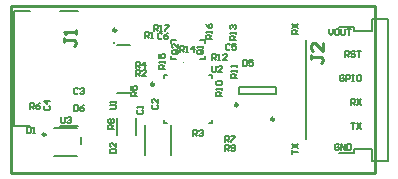
<source format=gto>
G04*
G04 #@! TF.GenerationSoftware,Altium Limited,Altium Designer,22.9.1 (49)*
G04*
G04 Layer_Color=65535*
%FSLAX25Y25*%
%MOIN*%
G70*
G04*
G04 #@! TF.SameCoordinates,E7B6729E-600D-4C31-B664-834E27CDD885*
G04*
G04*
G04 #@! TF.FilePolarity,Positive*
G04*
G01*
G75*
%ADD10C,0.00984*%
%ADD11C,0.00394*%
%ADD12C,0.01000*%
%ADD13C,0.00787*%
%ADD14C,0.00500*%
D10*
X409375Y228903D02*
G03*
X409375Y228903I-492J0D01*
G01*
X397305Y233679D02*
G03*
X397305Y233679I-492J0D01*
G01*
X356755Y258554D02*
G03*
X356755Y258554I-492J0D01*
G01*
X369381Y240541D02*
G03*
X369381Y240541I-492J0D01*
G01*
X333231Y223759D02*
G03*
X333231Y223759I-492J0D01*
G01*
D11*
X382350Y256444D02*
G03*
X382350Y256444I-197J0D01*
G01*
X379344Y247956D02*
G03*
X379344Y247956I-197J0D01*
G01*
D12*
X356122Y254312D02*
G03*
X356122Y254312I-197J0D01*
G01*
X421828Y250267D02*
Y248934D01*
Y249600D01*
X425160D01*
X425827Y248934D01*
Y248267D01*
X425160Y247601D01*
X425827Y254265D02*
Y251600D01*
X423161Y254265D01*
X422495D01*
X421828Y253599D01*
Y252266D01*
X422495Y251600D01*
X339399Y255890D02*
Y254557D01*
Y255223D01*
X342731D01*
X343398Y254557D01*
Y253890D01*
X342731Y253224D01*
X343398Y257222D02*
Y258555D01*
Y257889D01*
X339399D01*
X340066Y257222D01*
X321700Y210908D02*
Y266782D01*
X442992D01*
Y210908D02*
Y266782D01*
X321700Y210908D02*
X442992D01*
D13*
X363448Y223638D02*
Y229346D01*
X356952Y223638D02*
Y229346D01*
X420105Y222210D02*
Y255280D01*
X436050Y219011D02*
X442112D01*
X436050Y217682D02*
Y219010D01*
X431129Y217682D02*
X436050D01*
X442112Y215123D02*
Y219011D01*
Y215123D02*
X447270D01*
X442112Y262367D02*
X447270D01*
X442112Y258479D02*
Y262367D01*
X431129Y259808D02*
X436050D01*
X436050Y258479D02*
Y259808D01*
X436050Y258479D02*
X442112D01*
X447270Y215123D02*
Y262367D01*
X375075Y217074D02*
Y226941D01*
X366216Y217074D02*
Y226941D01*
X397798Y237419D02*
Y239781D01*
X410002Y237419D02*
Y239781D01*
X397798Y237419D02*
X410002D01*
X397798Y239781D02*
X410002D01*
X338133Y264854D02*
X343960D01*
X322582D02*
X328094D01*
X322582Y226547D02*
Y264854D01*
X338133Y226547D02*
X343960D01*
X322582D02*
X328094D01*
X384650Y255350D02*
X386275D01*
X384650Y249050D02*
X386275D01*
X386275Y254476D02*
Y255350D01*
Y249050D02*
Y249924D01*
X372629Y242608D02*
Y243690D01*
Y227549D02*
Y228631D01*
X387688Y227549D02*
X388771D01*
X372629D02*
X373712D01*
X388771Y242608D02*
Y243690D01*
Y227549D02*
Y228631D01*
X387688Y243690D02*
X388771D01*
X372629D02*
X373712D01*
X375025Y254476D02*
Y255350D01*
Y249050D02*
Y249924D01*
X375025Y255350D02*
X376650D01*
X375025Y249050D02*
X376650D01*
X335912Y216574D02*
X343787D01*
X335912Y225826D02*
X343787D01*
D14*
X356909Y253578D02*
X361240D01*
X356893Y237721D02*
X361224D01*
X345177Y220595D02*
Y222957D01*
X427861Y258973D02*
Y257641D01*
X428528Y256974D01*
X429194Y257641D01*
Y258973D01*
X430861D02*
X430194D01*
X429861Y258640D01*
Y257307D01*
X430194Y256974D01*
X430861D01*
X431194Y257307D01*
Y258640D01*
X430861Y258973D01*
X431860D02*
Y257307D01*
X432193Y256974D01*
X432860D01*
X433193Y257307D01*
Y258973D01*
X433860D02*
X435192D01*
X434526D01*
Y256974D01*
X431103Y220359D02*
X430770Y220692D01*
X430103D01*
X429770Y220359D01*
Y219026D01*
X430103Y218692D01*
X430770D01*
X431103Y219026D01*
Y219692D01*
X430436D01*
X431769Y218692D02*
Y220692D01*
X433102Y218692D01*
Y220692D01*
X433769D02*
Y218692D01*
X434768D01*
X435102Y219026D01*
Y220359D01*
X434768Y220692D01*
X433769D01*
X435150Y227714D02*
X436483D01*
X435817D01*
Y225714D01*
X437150Y227714D02*
X438483Y225714D01*
Y227714D02*
X437150Y225714D01*
X435151Y233730D02*
Y235729D01*
X436151D01*
X436484Y235396D01*
Y234730D01*
X436151Y234397D01*
X435151D01*
X435818D02*
X436484Y233730D01*
X437151Y235729D02*
X438484Y233730D01*
Y235729D02*
X437151Y233730D01*
X432858Y243411D02*
X432525Y243744D01*
X431859D01*
X431526Y243411D01*
Y242078D01*
X431859Y241745D01*
X432525D01*
X432858Y242078D01*
Y242745D01*
X432192D01*
X433525Y241745D02*
Y243744D01*
X434524D01*
X434858Y243411D01*
Y242745D01*
X434524Y242411D01*
X433525D01*
X435524Y243744D02*
X436191D01*
X435857D01*
Y241745D01*
X435524D01*
X436191D01*
X438190Y243744D02*
X437524D01*
X437190Y243411D01*
Y242078D01*
X437524Y241745D01*
X438190D01*
X438523Y242078D01*
Y243411D01*
X438190Y243744D01*
X433102Y249743D02*
Y251742D01*
X434101D01*
X434434Y251409D01*
Y250742D01*
X434101Y250409D01*
X433102D01*
X433768D02*
X434434Y249743D01*
X436434Y251409D02*
X436100Y251742D01*
X435434D01*
X435101Y251409D01*
Y251075D01*
X435434Y250742D01*
X436100D01*
X436434Y250409D01*
Y250076D01*
X436100Y249743D01*
X435434D01*
X435101Y250076D01*
X437100Y251742D02*
X438433D01*
X437767D01*
Y249743D01*
X417386Y257237D02*
X415387D01*
Y258237D01*
X415720Y258570D01*
X416386D01*
X416719Y258237D01*
Y257237D01*
Y257904D02*
X417386Y258570D01*
X415387Y259236D02*
X417386Y260569D01*
X415387D02*
X417386Y259236D01*
X415298Y217327D02*
Y218660D01*
Y217993D01*
X417298D01*
X415298Y219326D02*
X417298Y220659D01*
X415298D02*
X417298Y219326D01*
X354860Y217591D02*
X356859D01*
Y218591D01*
X356526Y218924D01*
X355193D01*
X354860Y218591D01*
Y217591D01*
X356859Y220924D02*
Y219591D01*
X355526Y220924D01*
X355193D01*
X354860Y220590D01*
Y219924D01*
X355193Y219591D01*
X327159Y226170D02*
Y224171D01*
X328158D01*
X328491Y224504D01*
Y225837D01*
X328158Y226170D01*
X327159D01*
X329158Y224171D02*
X329824D01*
X329491D01*
Y226170D01*
X329158Y225837D01*
X354568Y232216D02*
X356234D01*
X356567Y232549D01*
Y233215D01*
X356234Y233548D01*
X354568D01*
X356567Y234215D02*
Y234881D01*
Y234548D01*
X354568D01*
X354901Y234215D01*
X338234Y229500D02*
Y227834D01*
X338567Y227500D01*
X339234D01*
X339567Y227834D01*
Y229500D01*
X340233Y229167D02*
X340566Y229500D01*
X341233D01*
X341566Y229167D01*
Y228833D01*
X341233Y228500D01*
X340900D01*
X341233D01*
X341566Y228167D01*
Y227834D01*
X341233Y227500D01*
X340566D01*
X340233Y227834D01*
X369512Y258369D02*
Y260369D01*
X370512D01*
X370845Y260035D01*
Y259369D01*
X370512Y259036D01*
X369512D01*
X370178D02*
X370845Y258369D01*
X371511D02*
X372178D01*
X371844D01*
Y260369D01*
X371511Y260035D01*
X373177Y260369D02*
X374510D01*
Y260035D01*
X373177Y258703D01*
Y258369D01*
X388765Y255712D02*
X386765D01*
Y256712D01*
X387099Y257045D01*
X387765D01*
X388098Y256712D01*
Y255712D01*
Y256378D02*
X388765Y257045D01*
Y257711D02*
Y258378D01*
Y258044D01*
X386765D01*
X387099Y257711D01*
X386765Y260710D02*
X387099Y260044D01*
X387765Y259377D01*
X388431D01*
X388765Y259711D01*
Y260377D01*
X388431Y260710D01*
X388098D01*
X387765Y260377D01*
Y259377D01*
X372902Y245538D02*
X370902D01*
Y246537D01*
X371235Y246871D01*
X371902D01*
X372235Y246537D01*
Y245538D01*
Y246204D02*
X372902Y246871D01*
Y247537D02*
Y248204D01*
Y247870D01*
X370902D01*
X371235Y247537D01*
X370902Y250536D02*
Y249203D01*
X371902D01*
X371569Y249870D01*
Y250203D01*
X371902Y250536D01*
X372568D01*
X372902Y250203D01*
Y249536D01*
X372568Y249203D01*
X378094Y251289D02*
Y253289D01*
X379094D01*
X379427Y252956D01*
Y252289D01*
X379094Y251956D01*
X378094D01*
X378760D02*
X379427Y251289D01*
X380093D02*
X380760D01*
X380426D01*
Y253289D01*
X380093Y252956D01*
X382759Y251289D02*
Y253289D01*
X381759Y252289D01*
X383092D01*
X396865Y255317D02*
X394865D01*
Y256316D01*
X395198Y256650D01*
X395865D01*
X396198Y256316D01*
Y255317D01*
Y255983D02*
X396865Y256650D01*
Y257316D02*
Y257983D01*
Y257649D01*
X394865D01*
X395198Y257316D01*
Y258982D02*
X394865Y259315D01*
Y259982D01*
X395198Y260315D01*
X395532D01*
X395865Y259982D01*
Y259649D01*
Y259982D01*
X396198Y260315D01*
X396531D01*
X396865Y259982D01*
Y259315D01*
X396531Y258982D01*
X388735Y248719D02*
Y250719D01*
X389735D01*
X390068Y250385D01*
Y249719D01*
X389735Y249386D01*
X388735D01*
X389401D02*
X390068Y248719D01*
X390734D02*
X391401D01*
X391067D01*
Y250719D01*
X390734Y250385D01*
X393733Y248719D02*
X392400D01*
X393733Y250052D01*
Y250385D01*
X393400Y250719D01*
X392734D01*
X392400Y250385D01*
X397130Y242656D02*
X395130D01*
Y243656D01*
X395463Y243989D01*
X396130D01*
X396463Y243656D01*
Y242656D01*
Y243322D02*
X397130Y243989D01*
Y244655D02*
Y245322D01*
Y244989D01*
X395130D01*
X395463Y244655D01*
X397130Y246322D02*
Y246988D01*
Y246655D01*
X395130D01*
X395463Y246322D01*
X392200Y236701D02*
X390200D01*
Y237701D01*
X390533Y238034D01*
X391200D01*
X391533Y237701D01*
Y236701D01*
Y237367D02*
X392200Y238034D01*
Y238700D02*
Y239367D01*
Y239033D01*
X390200D01*
X390533Y238700D01*
Y240366D02*
X390200Y240700D01*
Y241366D01*
X390533Y241699D01*
X391866D01*
X392200Y241366D01*
Y240700D01*
X391866Y240366D01*
X390533D01*
X392997Y218270D02*
Y220270D01*
X393997D01*
X394330Y219936D01*
Y219270D01*
X393997Y218937D01*
X392997D01*
X393663D02*
X394330Y218270D01*
X394996Y218604D02*
X395329Y218270D01*
X395996D01*
X396329Y218604D01*
Y219936D01*
X395996Y220270D01*
X395329D01*
X394996Y219936D01*
Y219603D01*
X395329Y219270D01*
X396329D01*
X355935Y225677D02*
X353935D01*
Y226677D01*
X354269Y227010D01*
X354935D01*
X355268Y226677D01*
Y225677D01*
Y226343D02*
X355935Y227010D01*
X354269Y227676D02*
X353935Y228009D01*
Y228676D01*
X354269Y229009D01*
X354602D01*
X354935Y228676D01*
X355268Y229009D01*
X355601D01*
X355935Y228676D01*
Y228009D01*
X355601Y227676D01*
X355268D01*
X354935Y228009D01*
X354602Y227676D01*
X354269D01*
X354935Y228009D02*
Y228676D01*
X392997Y221170D02*
Y223170D01*
X393997D01*
X394330Y222836D01*
Y222170D01*
X393997Y221837D01*
X392997D01*
X393663D02*
X394330Y221170D01*
X394996Y223170D02*
X396329D01*
Y222836D01*
X394996Y221504D01*
Y221170D01*
X382434Y223181D02*
Y225180D01*
X383434D01*
X383767Y224847D01*
Y224180D01*
X383434Y223847D01*
X382434D01*
X383100D02*
X383767Y223181D01*
X384433Y224847D02*
X384767Y225180D01*
X385433D01*
X385766Y224847D01*
Y224514D01*
X385433Y224180D01*
X385100D01*
X385433D01*
X385766Y223847D01*
Y223514D01*
X385433Y223181D01*
X384767D01*
X384433Y223514D01*
X377142Y251882D02*
X375810D01*
X375476Y251549D01*
Y250882D01*
X375810Y250549D01*
X377142D01*
X377476Y250882D01*
Y251549D01*
X376809Y251215D02*
X377476Y251882D01*
Y251549D02*
X377142Y251882D01*
X377476Y253881D02*
Y252548D01*
X376143Y253881D01*
X375810D01*
X375476Y253548D01*
Y252882D01*
X375810Y252548D01*
X385330Y252132D02*
X383998D01*
X383664Y251799D01*
Y251132D01*
X383998Y250799D01*
X385330D01*
X385664Y251132D01*
Y251799D01*
X384997Y251466D02*
X385664Y252132D01*
Y251799D02*
X385330Y252132D01*
X385664Y252799D02*
Y253465D01*
Y253132D01*
X383664D01*
X383998Y252799D01*
X342821Y233528D02*
Y231529D01*
X343820D01*
X344153Y231862D01*
Y233195D01*
X343820Y233528D01*
X342821D01*
X346153D02*
X345486Y233195D01*
X344820Y232529D01*
Y231862D01*
X345153Y231529D01*
X345820D01*
X346153Y231862D01*
Y232195D01*
X345820Y232529D01*
X344820D01*
X399034Y248800D02*
Y246800D01*
X400034D01*
X400367Y247134D01*
Y248466D01*
X400034Y248800D01*
X399034D01*
X402366D02*
X401033D01*
Y247800D01*
X401700Y248133D01*
X402033D01*
X402366Y247800D01*
Y247134D01*
X402033Y246800D01*
X401367D01*
X401033Y247134D01*
X371928Y257250D02*
X371595Y257584D01*
X370928D01*
X370595Y257250D01*
Y255918D01*
X370928Y255584D01*
X371595D01*
X371928Y255918D01*
X373927Y257584D02*
X373261Y257250D01*
X372594Y256584D01*
Y255918D01*
X372927Y255584D01*
X373594D01*
X373927Y255918D01*
Y256251D01*
X373594Y256584D01*
X372594D01*
X394799Y253777D02*
X394466Y254110D01*
X393800D01*
X393466Y253777D01*
Y252444D01*
X393800Y252110D01*
X394466D01*
X394799Y252444D01*
X396799Y254110D02*
X395466D01*
Y253110D01*
X396132Y253443D01*
X396465D01*
X396799Y253110D01*
Y252444D01*
X396465Y252110D01*
X395799D01*
X395466Y252444D01*
X332933Y233460D02*
X332600Y233126D01*
Y232460D01*
X332933Y232127D01*
X334266D01*
X334600Y232460D01*
Y233126D01*
X334266Y233460D01*
X334600Y235126D02*
X332600D01*
X333600Y234126D01*
Y235459D01*
X368948Y233617D02*
X368615Y233284D01*
Y232617D01*
X368948Y232284D01*
X370281D01*
X370614Y232617D01*
Y233284D01*
X370281Y233617D01*
X370614Y235616D02*
Y234283D01*
X369281Y235616D01*
X368948D01*
X368615Y235283D01*
Y234616D01*
X368948Y234283D01*
X364159Y232083D02*
X363825Y231750D01*
Y231083D01*
X364159Y230750D01*
X365491D01*
X365825Y231083D01*
Y231750D01*
X365491Y232083D01*
X365825Y232750D02*
Y233416D01*
Y233083D01*
X363825D01*
X364159Y232750D01*
X363751Y236698D02*
X361752D01*
Y237698D01*
X362085Y238031D01*
X362752D01*
X363085Y237698D01*
Y236698D01*
Y237365D02*
X363751Y238031D01*
X361752Y240031D02*
Y238698D01*
X362752D01*
X362418Y239364D01*
Y239697D01*
X362752Y240031D01*
X363418D01*
X363751Y239697D01*
Y239031D01*
X363418Y238698D01*
X366225Y255994D02*
Y257993D01*
X367224D01*
X367558Y257660D01*
Y256994D01*
X367224Y256660D01*
X366225D01*
X366891D02*
X367558Y255994D01*
X368224D02*
X368890D01*
X368557D01*
Y257993D01*
X368224Y257660D01*
X328138Y232174D02*
Y234174D01*
X329137D01*
X329471Y233840D01*
Y233174D01*
X329137Y232841D01*
X328138D01*
X328804D02*
X329471Y232174D01*
X331470Y234174D02*
X330804Y233840D01*
X330137Y233174D01*
Y232508D01*
X330470Y232174D01*
X331137D01*
X331470Y232508D01*
Y232841D01*
X331137Y233174D01*
X330137D01*
X388854Y246500D02*
Y244834D01*
X389187Y244500D01*
X389853D01*
X390186Y244834D01*
Y246500D01*
X392186Y244500D02*
X390853D01*
X392186Y245833D01*
Y246166D01*
X391852Y246500D01*
X391186D01*
X390853Y246166D01*
X363271Y245862D02*
Y247862D01*
X364271D01*
X364604Y247529D01*
Y246862D01*
X364271Y246529D01*
X363271D01*
X363937D02*
X364604Y245862D01*
X366270D02*
Y247862D01*
X365270Y246862D01*
X366603D01*
X363271Y243338D02*
Y245338D01*
X364271D01*
X364604Y245005D01*
Y244338D01*
X364271Y244005D01*
X363271D01*
X363937D02*
X364604Y243338D01*
X366603D02*
X365270D01*
X366603Y244671D01*
Y245005D01*
X366270Y245338D01*
X365603D01*
X365270Y245005D01*
X343942Y238955D02*
X343609Y239288D01*
X342942D01*
X342609Y238955D01*
Y237622D01*
X342942Y237289D01*
X343609D01*
X343942Y237622D01*
X344608Y238955D02*
X344941Y239288D01*
X345608D01*
X345941Y238955D01*
Y238622D01*
X345608Y238288D01*
X345275D01*
X345608D01*
X345941Y237955D01*
Y237622D01*
X345608Y237289D01*
X344941D01*
X344608Y237622D01*
M02*

</source>
